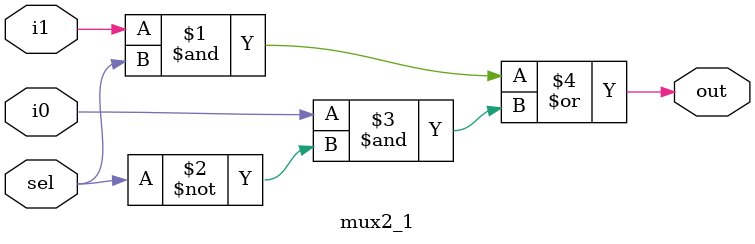
<source format=sv>
module mux2_1 (
  output logic out
  ,input  logic i0, i1, sel
  );

  assign out = (i1 & sel) | (i0 & ~sel);
endmodule  // mux2_1
</source>
